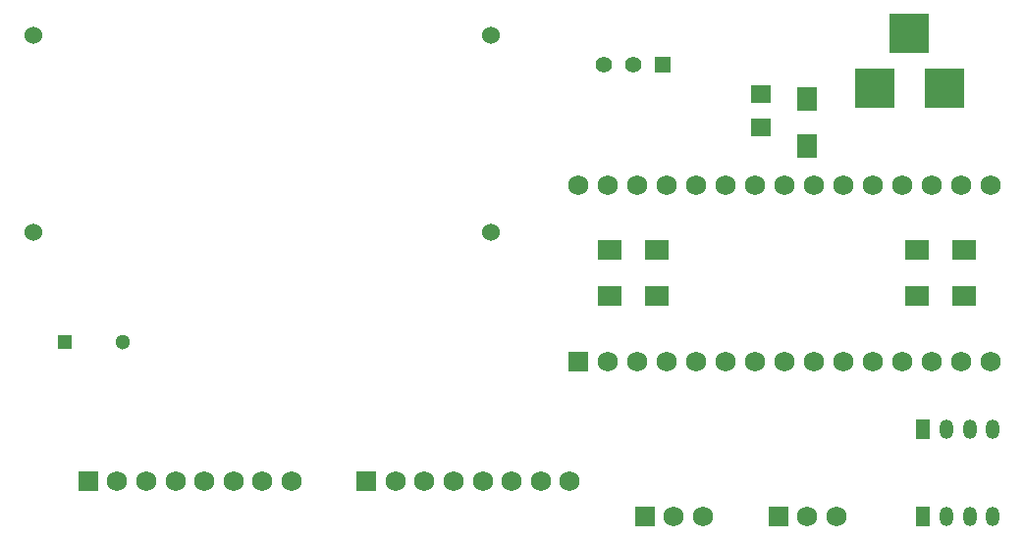
<source format=gbr>
G04 #@! TF.FileFunction,Soldermask,Top*
%FSLAX46Y46*%
G04 Gerber Fmt 4.6, Leading zero omitted, Abs format (unit mm)*
G04 Created by KiCad (PCBNEW 4.0.3+e1-6302~38~ubuntu15.04.1-stable) date Wed Oct  5 22:25:40 2016*
%MOMM*%
%LPD*%
G01*
G04 APERTURE LIST*
%ADD10C,0.100000*%
%ADD11R,1.727200X1.727200*%
%ADD12C,1.727200*%
%ADD13R,1.300000X1.300000*%
%ADD14C,1.300000*%
%ADD15R,1.800860X1.597660*%
%ADD16R,1.750000X1.750000*%
%ADD17C,1.750000*%
%ADD18R,1.200000X1.700000*%
%ADD19O,1.200000X1.700000*%
%ADD20C,1.524000*%
%ADD21R,3.500120X3.500120*%
%ADD22R,2.000000X1.700000*%
%ADD23R,1.700000X2.000000*%
%ADD24R,1.397000X1.397000*%
%ADD25C,1.397000*%
G04 APERTURE END LIST*
D10*
D11*
X80220000Y-61620000D03*
D12*
X82760000Y-61620000D03*
X85300000Y-61620000D03*
X87840000Y-61620000D03*
X90380000Y-61620000D03*
X92920000Y-61620000D03*
X95460000Y-61620000D03*
X98000000Y-61620000D03*
X100540000Y-61620000D03*
X103080000Y-61620000D03*
X105620000Y-61620000D03*
X108160000Y-61620000D03*
X110700000Y-61620000D03*
X113240000Y-61620000D03*
X115780000Y-61620000D03*
X115780000Y-46380000D03*
X113240000Y-46380000D03*
X110700000Y-46380000D03*
X108160000Y-46380000D03*
X105620000Y-46380000D03*
X103080000Y-46380000D03*
X100540000Y-46380000D03*
X98000000Y-46380000D03*
X95460000Y-46380000D03*
X92920000Y-46380000D03*
X90380000Y-46380000D03*
X87840000Y-46380000D03*
X85300000Y-46380000D03*
X82760000Y-46380000D03*
X80220000Y-46380000D03*
D13*
X36000000Y-60000000D03*
D14*
X41000000Y-60000000D03*
D15*
X96000000Y-38580140D03*
X96000000Y-41419860D03*
D16*
X38000000Y-72000000D03*
D17*
X40500000Y-72000000D03*
X43000000Y-72000000D03*
X45500000Y-72000000D03*
X48000000Y-72000000D03*
X50500000Y-72000000D03*
X53000000Y-72000000D03*
X55500000Y-72000000D03*
D16*
X62000000Y-72000000D03*
D17*
X64500000Y-72000000D03*
X67000000Y-72000000D03*
X69500000Y-72000000D03*
X72000000Y-72000000D03*
X74500000Y-72000000D03*
X77000000Y-72000000D03*
X79500000Y-72000000D03*
D18*
X110000000Y-75000000D03*
D19*
X112000000Y-75000000D03*
X114000000Y-75000000D03*
X116000000Y-75000000D03*
D18*
X110000000Y-67500000D03*
D19*
X112000000Y-67500000D03*
X114000000Y-67500000D03*
X116000000Y-67500000D03*
D20*
X72750000Y-50500000D03*
X72750000Y-33500000D03*
X33250000Y-50500000D03*
X33250000Y-33500000D03*
D21*
X105799860Y-38000000D03*
X111799340Y-38000000D03*
X108799600Y-33301000D03*
D22*
X87000000Y-52000000D03*
X83000000Y-52000000D03*
X87000000Y-56000000D03*
X83000000Y-56000000D03*
X109500000Y-52000000D03*
X113500000Y-52000000D03*
X109500000Y-56000000D03*
X113500000Y-56000000D03*
D23*
X100000000Y-39000000D03*
X100000000Y-43000000D03*
D16*
X86000000Y-75000000D03*
D17*
X88500000Y-75000000D03*
X91000000Y-75000000D03*
D16*
X97500000Y-75000000D03*
D17*
X100000000Y-75000000D03*
X102500000Y-75000000D03*
D24*
X87540000Y-36000000D03*
D25*
X85000000Y-36000000D03*
X82460000Y-36000000D03*
M02*

</source>
